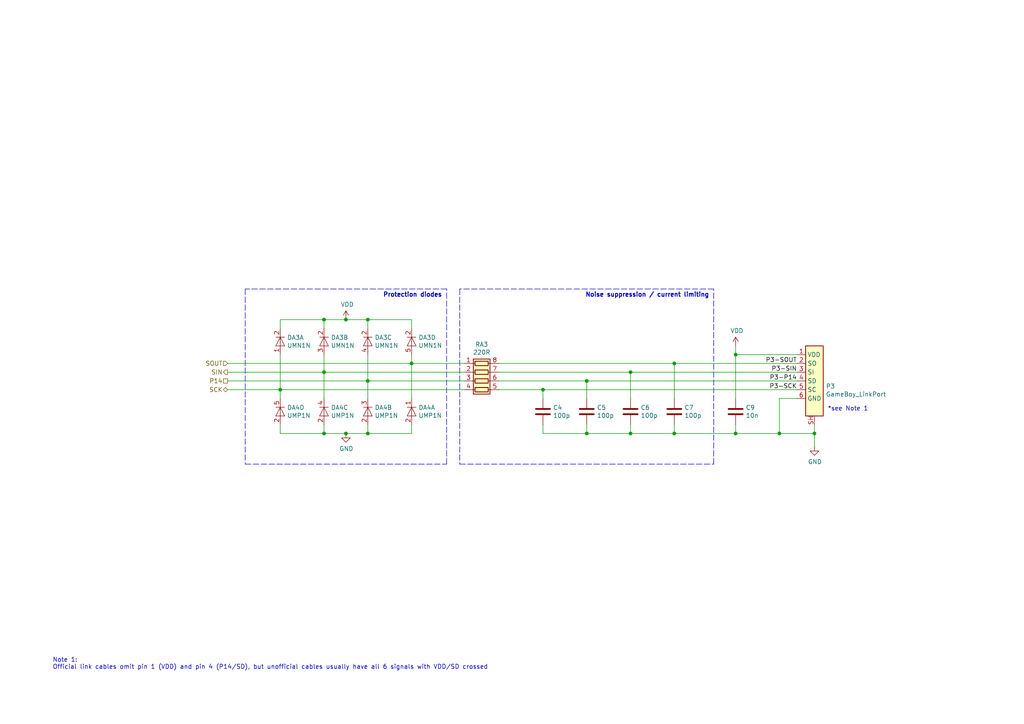
<source format=kicad_sch>
(kicad_sch (version 20230121) (generator eeschema)
  (paper "A4")
  (title_block (title "MGB-xCPU") (date "2022-02-20") (rev "D") (company "https://gekkio.fi") (comment 1 "https://github.com/gekkio/gb-schematics"))
  (lib_symbols
    (symbol "Device:C" (pin_numbers hide) (pin_names (offset 0.254))
      (property "Reference" "C" (at 0.635 2.54 0))
      (property "Value" "C" (at 0.635 -2.54 0))
      (symbol "C_0_1"
        (polyline (pts (xy -2.032 -0.762) (xy 2.032 -0.762)) (stroke (width 0.508)))
        (polyline (pts (xy -2.032 0.762) (xy 2.032 0.762)) (stroke (width 0.508)))
      )
      (symbol "C_1_1"
        (pin passive line (at 0 3.81 270) (length 2.794) (name "~") (number "1"))
        (pin passive line (at 0 -3.81 90) (length 2.794) (name "~") (number "2"))
      )
    )
    (symbol "Device:R_Pack04" (pin_names (offset 0) hide)
      (property "Reference" "RN" (at -7.62 0 90))
      (property "Value" "R_Pack04" (at 5.08 0 90))
      (symbol "R_Pack04_0_1"
        (rectangle (start -6.35 -2.413) (end 3.81 2.413) (stroke (width 0.254)) (fill (type background)))
        (rectangle (start -5.715 1.905) (end -4.445 -1.905) (stroke (width 0.254)))
        (rectangle (start -3.175 1.905) (end -1.905 -1.905) (stroke (width 0.254)))
        (rectangle (start -0.635 1.905) (end 0.635 -1.905) (stroke (width 0.254)))
        (polyline (pts (xy -5.08 -2.54) (xy -5.08 -1.905)))
        (polyline (pts (xy -5.08 1.905) (xy -5.08 2.54)))
        (polyline (pts (xy -2.54 -2.54) (xy -2.54 -1.905)))
        (polyline (pts (xy -2.54 1.905) (xy -2.54 2.54)))
        (polyline (pts (xy 0 -2.54) (xy 0 -1.905)))
        (polyline (pts (xy 0 1.905) (xy 0 2.54)))
        (polyline (pts (xy 2.54 -2.54) (xy 2.54 -1.905)))
        (polyline (pts (xy 2.54 1.905) (xy 2.54 2.54)))
        (rectangle (start 1.905 1.905) (end 3.175 -1.905) (stroke (width 0.254)))
      )
      (symbol "R_Pack04_1_1"
        (pin passive line (at -5.08 -5.08 90) (length 2.54) (name "R1.1") (number "1"))
        (pin passive line (at -2.54 -5.08 90) (length 2.54) (name "R2.1") (number "2"))
        (pin passive line (at 0 -5.08 90) (length 2.54) (name "R3.1") (number "3"))
        (pin passive line (at 2.54 -5.08 90) (length 2.54) (name "R4.1") (number "4"))
        (pin passive line (at 2.54 5.08 270) (length 2.54) (name "R4.2") (number "5"))
        (pin passive line (at 0 5.08 270) (length 2.54) (name "R3.2") (number "6"))
        (pin passive line (at -2.54 5.08 270) (length 2.54) (name "R2.2") (number "7"))
        (pin passive line (at -5.08 5.08 270) (length 2.54) (name "R1.2") (number "8"))
      )
    )
    (symbol "Diode:Rohm_UMN1N" (pin_names (offset 1.016) hide)
      (property "Reference" "D" (at 0 2.54 0))
      (property "Value" "Rohm_UMN1N" (at 0 -2.54 0))
      (symbol "Rohm_UMN1N_0_1"
        (polyline (pts (xy -1.27 1.27) (xy -1.27 -1.27)) (stroke (width 0.1524)))
        (polyline (pts (xy 1.27 -1.27) (xy 1.27 1.27)))
        (polyline (pts (xy 1.27 0) (xy -1.27 0)))
        (polyline (pts (xy 1.27 1.27) (xy -1.27 0) (xy 1.27 -1.27)))
      )
      (symbol "Rohm_UMN1N_1_1"
        (pin passive line (at 3.81 0 180) (length 2.54) (name "A") (number "1"))
        (pin passive line (at -3.81 0 0) (length 2.54) (name "K") (number "2"))
      )
      (symbol "Rohm_UMN1N_2_1"
        (pin passive line (at -3.81 0 0) (length 2.54) (name "K") (number "2"))
        (pin passive line (at 3.81 0 180) (length 2.54) (name "A") (number "3"))
      )
      (symbol "Rohm_UMN1N_3_1"
        (pin passive line (at -3.81 0 0) (length 2.54) (name "K") (number "2"))
        (pin passive line (at 3.81 0 180) (length 2.54) (name "A") (number "4"))
      )
      (symbol "Rohm_UMN1N_4_1"
        (pin passive line (at -3.81 0 0) (length 2.54) (name "K") (number "2"))
        (pin passive line (at 3.81 0 180) (length 2.54) (name "A") (number "5"))
      )
    )
    (symbol "Gekkio_Connector_Specialized:GameBoy_LinkPort"
      (property "Reference" "J" (at 0 13.97 0))
      (property "Value" "GameBoy_LinkPort" (at 0 11.43 0))
      (symbol "GameBoy_LinkPort_0_1"
        (rectangle (start -2.54 10.16) (end 2.54 -10.16) (stroke (width 0.254)) (fill (type background)))
      )
      (symbol "GameBoy_LinkPort_1_1"
        (pin passive line (at -5.08 7.62 0) (length 2.54) (name "VDD") (number "1"))
        (pin passive line (at -5.08 5.08 0) (length 2.54) (name "SO") (number "2"))
        (pin passive line (at -5.08 2.54 0) (length 2.54) (name "SI") (number "3"))
        (pin passive line (at -5.08 0 0) (length 2.54) (name "SD") (number "4"))
        (pin passive line (at -5.08 -2.54 0) (length 2.54) (name "SC") (number "5"))
        (pin passive line (at -5.08 -5.08 0) (length 2.54) (name "GND") (number "6"))
        (pin passive line (at 0 -12.7 90) (length 2.54) (name "~") (number "SH"))
      )
    )
    (symbol "Gekkio_Diode:UMP1N" (pin_names (offset 1.016) hide)
      (property "Reference" "D" (at 0 2.54 0))
      (property "Value" "UMP1N" (at 0 -2.54 0))
      (symbol "UMP1N_0_1"
        (polyline (pts (xy -1.27 1.27) (xy -1.27 -1.27)) (stroke (width 0.1524)))
        (polyline (pts (xy 1.27 -1.27) (xy 1.27 1.27)))
        (polyline (pts (xy 1.27 0) (xy -1.27 0)))
        (polyline (pts (xy 1.27 1.27) (xy -1.27 0) (xy 1.27 -1.27)))
      )
      (symbol "UMP1N_1_1"
        (pin passive line (at -3.81 0 0) (length 2.54) (name "K") (number "1"))
        (pin passive line (at 3.81 0 180) (length 2.54) (name "A") (number "2"))
      )
      (symbol "UMP1N_2_1"
        (pin passive line (at 3.81 0 180) (length 2.54) (name "A") (number "2"))
        (pin passive line (at -3.81 0 0) (length 2.54) (name "K") (number "3"))
      )
      (symbol "UMP1N_3_1"
        (pin passive line (at 3.81 0 180) (length 2.54) (name "A") (number "2"))
        (pin passive line (at -3.81 0 0) (length 2.54) (name "K") (number "4"))
      )
      (symbol "UMP1N_4_1"
        (pin passive line (at 3.81 0 180) (length 2.54) (name "A") (number "2"))
        (pin passive line (at -3.81 0 0) (length 2.54) (name "K") (number "5"))
      )
    )
    (symbol "power:GND" (power) (pin_names (offset 0))
      (property "Value" "GND" (at 0 -3.81 0))
      (symbol "GND_0_1"
        (polyline (pts (xy 0 0) (xy 0 -1.27) (xy 1.27 -1.27) (xy 0 -2.54) (xy -1.27 -1.27) (xy 0 -1.27)))
      )
      (symbol "GND_1_1"
        (pin power_in line (at 0 0 270) (length 0) hide (name "GND") (number "1"))
      )
    )
    (symbol "power:VDD" (power) (pin_names (offset 0))
      (property "Value" "VDD" (at 0 3.81 0))
      (symbol "VDD_0_1"
        (polyline (pts (xy -0.762 1.27) (xy 0 2.54)))
        (polyline (pts (xy 0 0) (xy 0 2.54)))
        (polyline (pts (xy 0 2.54) (xy 0.762 1.27)))
      )
      (symbol "VDD_1_1"
        (pin power_in line (at 0 0 90) (length 0) hide (name "VDD") (number "1"))
      )
    )
  )
  (junction (at 93.98 125.73))
  (junction (at 106.68 125.73))
  (junction (at 100.33 125.73))
  (junction (at 81.28 113.03))
  (junction (at 106.68 92.71))
  (junction (at 213.36 125.73))
  (junction (at 195.58 125.73))
  (junction (at 226.06 125.73))
  (junction (at 236.22 125.73))
  (junction (at 195.58 105.41))
  (junction (at 93.98 92.71))
  (junction (at 170.18 125.73))
  (junction (at 170.18 110.49))
  (junction (at 100.33 92.71))
  (junction (at 119.38 105.41))
  (junction (at 93.98 107.95))
  (junction (at 213.36 102.87))
  (junction (at 182.88 107.95))
  (junction (at 182.88 125.73))
  (junction (at 157.48 113.03))
  (junction (at 106.68 110.49))
  (wire (pts (xy 195.58 125.73) (xy 213.36 125.73)))
  (wire (pts (xy 100.33 92.71) (xy 106.68 92.71)))
  (wire (pts (xy 93.98 115.57) (xy 93.98 107.95)))
  (wire (pts (xy 81.28 115.57) (xy 81.28 113.03)))
  (wire (pts (xy 170.18 110.49) (xy 231.14 110.49)))
  (wire (pts (xy 226.06 115.57) (xy 226.06 125.73)))
  (polyline (pts (xy 129.54 83.82) (xy 71.12 83.82)) (stroke (width 0) (type dash)))
  (polyline (pts (xy 133.35 134.62) (xy 207.01 134.62)) (stroke (width 0) (type dash)))
  (wire (pts (xy 81.28 125.73) (xy 93.98 125.73)))
  (wire (pts (xy 134.62 110.49) (xy 106.68 110.49)))
  (wire (pts (xy 106.68 125.73) (xy 106.68 123.19)))
  (wire (pts (xy 170.18 115.57) (xy 170.18 110.49)))
  (wire (pts (xy 195.58 125.73) (xy 195.58 123.19)))
  (wire (pts (xy 106.68 92.71) (xy 119.38 92.71)))
  (polyline (pts (xy 133.35 83.82) (xy 133.35 134.62)) (stroke (width 0) (type dash)))
  (wire (pts (xy 213.36 102.87) (xy 231.14 102.87)))
  (wire (pts (xy 226.06 125.73) (xy 236.22 125.73)))
  (wire (pts (xy 195.58 105.41) (xy 231.14 105.41)))
  (wire (pts (xy 236.22 125.73) (xy 236.22 129.54)))
  (wire (pts (xy 93.98 92.71) (xy 100.33 92.71)))
  (wire (pts (xy 157.48 115.57) (xy 157.48 113.03)))
  (wire (pts (xy 81.28 113.03) (xy 81.28 102.87)))
  (wire (pts (xy 106.68 110.49) (xy 66.04 110.49)))
  (wire (pts (xy 144.78 105.41) (xy 195.58 105.41)))
  (wire (pts (xy 119.38 102.87) (xy 119.38 105.41)))
  (wire (pts (xy 195.58 115.57) (xy 195.58 105.41)))
  (wire (pts (xy 81.28 92.71) (xy 93.98 92.71)))
  (wire (pts (xy 106.68 115.57) (xy 106.68 110.49)))
  (wire (pts (xy 134.62 113.03) (xy 81.28 113.03)))
  (wire (pts (xy 213.36 100.33) (xy 213.36 102.87)))
  (polyline (pts (xy 207.01 83.82) (xy 133.35 83.82)) (stroke (width 0) (type dash)))
  (wire (pts (xy 157.48 113.03) (xy 231.14 113.03)))
  (wire (pts (xy 66.04 105.41) (xy 119.38 105.41)))
  (wire (pts (xy 170.18 125.73) (xy 170.18 123.19)))
  (wire (pts (xy 81.28 123.19) (xy 81.28 125.73)))
  (wire (pts (xy 134.62 107.95) (xy 93.98 107.95)))
  (wire (pts (xy 157.48 113.03) (xy 144.78 113.03)))
  (polyline (pts (xy 71.12 134.62) (xy 129.54 134.62)) (stroke (width 0) (type dash)))
  (wire (pts (xy 182.88 107.95) (xy 144.78 107.95)))
  (wire (pts (xy 66.04 113.03) (xy 81.28 113.03)))
  (polyline (pts (xy 71.12 83.82) (xy 71.12 134.62)) (stroke (width 0) (type dash)))
  (wire (pts (xy 182.88 107.95) (xy 231.14 107.95)))
  (wire (pts (xy 170.18 125.73) (xy 182.88 125.73)))
  (wire (pts (xy 106.68 95.25) (xy 106.68 92.71)))
  (wire (pts (xy 144.78 110.49) (xy 170.18 110.49)))
  (wire (pts (xy 93.98 125.73) (xy 100.33 125.73)))
  (wire (pts (xy 93.98 123.19) (xy 93.98 125.73)))
  (polyline (pts (xy 207.01 134.62) (xy 207.01 83.82)) (stroke (width 0) (type dash)))
  (wire (pts (xy 93.98 107.95) (xy 93.98 102.87)))
  (wire (pts (xy 213.36 102.87) (xy 213.36 115.57)))
  (wire (pts (xy 213.36 125.73) (xy 213.36 123.19)))
  (wire (pts (xy 182.88 115.57) (xy 182.88 107.95)))
  (wire (pts (xy 100.33 125.73) (xy 106.68 125.73)))
  (wire (pts (xy 182.88 125.73) (xy 195.58 125.73)))
  (wire (pts (xy 93.98 92.71) (xy 93.98 95.25)))
  (wire (pts (xy 106.68 110.49) (xy 106.68 102.87)))
  (wire (pts (xy 81.28 95.25) (xy 81.28 92.71)))
  (wire (pts (xy 157.48 125.73) (xy 170.18 125.73)))
  (wire (pts (xy 236.22 123.19) (xy 236.22 125.73)))
  (wire (pts (xy 119.38 125.73) (xy 119.38 123.19)))
  (wire (pts (xy 119.38 92.71) (xy 119.38 95.25)))
  (wire (pts (xy 213.36 125.73) (xy 226.06 125.73)))
  (polyline (pts (xy 129.54 134.62) (xy 129.54 83.82)) (stroke (width 0) (type dash)))
  (wire (pts (xy 66.04 107.95) (xy 93.98 107.95)))
  (wire (pts (xy 106.68 125.73) (xy 119.38 125.73)))
  (wire (pts (xy 226.06 115.57) (xy 231.14 115.57)))
  (wire (pts (xy 157.48 123.19) (xy 157.48 125.73)))
  (wire (pts (xy 119.38 105.41) (xy 134.62 105.41)))
  (wire (pts (xy 119.38 115.57) (xy 119.38 105.41)))
  (wire (pts (xy 182.88 125.73) (xy 182.88 123.19)))
  (text "Note 1:\nOfficial link cables omit pin 1 (VDD) and pin 4 (P14/SD), but unofficial cables usually have all 6 signals with VDD/SD crossed" (at 15.24 194.31 0) (effects (font (size 1.27 1.27)) (justify left bottom)))
  (text "*see Note 1" (at 240.03 119.38 0) (effects (font (size 1.27 1.27)) (justify left bottom)))
  (text "Protection diodes" (at 128.27 86.36 0) (effects (font (size 1.27 1.27) (thickness 0.254) bold) (justify right bottom)))
  (text "Noise suppression / current limiting" (at 205.74 86.36 0) (effects (font (size 1.27 1.27) (thickness 0.254) bold) (justify right bottom)))
  (label "P3-SCK" (at 231.14 113.03 180))
  (label "P3-SIN" (at 231.14 107.95 180))
  (label "P3-SOUT" (at 231.14 105.41 180))
  (label "P3-P14" (at 231.14 110.49 180))
  (hierarchical_label "SIN" (shape output) (at 66.04 107.95 180))
  (hierarchical_label "SOUT" (shape input) (at 66.04 105.41 180))
  (hierarchical_label "SCK" (shape bidirectional) (at 66.04 113.03 180))
  (hierarchical_label "P14" (shape passive) (at 66.04 110.49 180))
  (symbol (lib_id "Gekkio_Connector_Specialized:GameBoy_LinkPort") (at 236.22 110.49 0) (unit 1)
    (property "Reference" "P3" (at 239.522 112.0394 0) (effects (justify left)))
    (property "Value" "GameBoy_LinkPort" (at 239.522 114.3508 0) (effects (justify left)))
  )
  (symbol (lib_id "power:GND") (at 236.22 129.54 0) (unit 1)
    (property "Reference" "#PWR0115" (effects hide))
    (property "Value" "GND" (at 236.347 133.9342 0))
  )
  (symbol (lib_id "power:VDD") (at 213.36 100.33 0) (unit 1)
    (property "Reference" "#PWR0116" (effects hide))
    (property "Value" "VDD" (at 213.741 95.9358 0))
  )
  (symbol (lib_id "Device:C") (at 213.36 119.38 0) (unit 1)
    (property "Reference" "C9" (at 216.281 118.2116 0) (effects (justify left)))
    (property "Value" "10n" (at 216.281 120.523 0) (effects (justify left)))
  )
  (symbol (lib_id "Device:C") (at 195.58 119.38 0) (unit 1)
    (property "Reference" "C7" (at 198.501 118.2116 0) (effects (justify left)))
    (property "Value" "100p" (at 198.501 120.523 0) (effects (justify left)))
  )
  (symbol (lib_id "Device:C") (at 182.88 119.38 0) (unit 1)
    (property "Reference" "C6" (at 185.801 118.2116 0) (effects (justify left)))
    (property "Value" "100p" (at 185.801 120.523 0) (effects (justify left)))
  )
  (symbol (lib_id "Device:C") (at 170.18 119.38 0) (unit 1)
    (property "Reference" "C5" (at 173.101 118.2116 0) (effects (justify left)))
    (property "Value" "100p" (at 173.101 120.523 0) (effects (justify left)))
  )
  (symbol (lib_id "Device:C") (at 157.48 119.38 0) (unit 1)
    (property "Reference" "C4" (at 160.401 118.2116 0) (effects (justify left)))
    (property "Value" "100p" (at 160.401 120.523 0) (effects (justify left)))
  )
  (symbol (lib_id "Device:R_Pack04") (at 139.7 110.49 270) (unit 1)
    (property "Reference" "RA3" (at 139.7 99.8982 90))
    (property "Value" "220R" (at 139.7 102.2096 90))
  )
  (symbol (lib_id "Diode:Rohm_UMN1N") (at 81.28 99.06 270) (unit 1)
    (property "Reference" "DA3" (at 83.2612 97.8916 90) (effects (justify left)))
    (property "Value" "UMN1N" (at 83.2612 100.203 90) (effects (justify left)))
    (property "Footprint" "Package_TO_SOT_SMD:SOT-353_SC-70-5" (effects hide))
    (property "Datasheet" "https://fscdn.rohm.com/en/products/databook/datasheet/discrete/diode/switching/umn1ntr-e.pdf" (effects hide))
  )
  (symbol (lib_id "Diode:Rohm_UMN1N") (at 93.98 99.06 270) (unit 2)
    (property "Reference" "DA3" (at 95.9612 97.8916 90) (effects (justify left)))
    (property "Value" "UMN1N" (at 95.9612 100.203 90) (effects (justify left)))
    (property "Footprint" "Package_TO_SOT_SMD:SOT-353_SC-70-5" (effects hide))
    (property "Datasheet" "https://fscdn.rohm.com/en/products/databook/datasheet/discrete/diode/switching/umn1ntr-e.pdf" (effects hide))
  )
  (symbol (lib_id "Diode:Rohm_UMN1N") (at 106.68 99.06 270) (unit 3)
    (property "Reference" "DA3" (at 108.6612 97.8916 90) (effects (justify left)))
    (property "Value" "UMN1N" (at 108.6612 100.203 90) (effects (justify left)))
    (property "Footprint" "Package_TO_SOT_SMD:SOT-353_SC-70-5" (effects hide))
    (property "Datasheet" "https://fscdn.rohm.com/en/products/databook/datasheet/discrete/diode/switching/umn1ntr-e.pdf" (effects hide))
  )
  (symbol (lib_id "Diode:Rohm_UMN1N") (at 119.38 99.06 270) (unit 4)
    (property "Reference" "DA3" (at 121.3612 97.8916 90) (effects (justify left)))
    (property "Value" "UMN1N" (at 121.3612 100.203 90) (effects (justify left)))
    (property "Footprint" "Package_TO_SOT_SMD:SOT-353_SC-70-5" (effects hide))
    (property "Datasheet" "https://fscdn.rohm.com/en/products/databook/datasheet/discrete/diode/switching/umn1ntr-e.pdf" (effects hide))
  )
  (symbol (lib_id "power:VDD") (at 100.33 92.71 0) (unit 1)
    (property "Reference" "#PWR0117" (effects hide))
    (property "Value" "VDD" (at 100.711 88.3158 0))
  )
  (symbol (lib_id "Gekkio_Diode:UMP1N") (at 119.38 119.38 270) (unit 1)
    (property "Reference" "DA4" (at 121.3612 118.2116 90) (effects (justify left)))
    (property "Value" "UMP1N" (at 121.3612 120.523 90) (effects (justify left)))
    (property "Footprint" "Package_TO_SOT_SMD:SOT-353_SC-70-5" (effects hide))
    (property "Datasheet" "https://fscdn.rohm.com/en/products/databook/datasheet/discrete/diode/switching/ump1ntr-e.pdf" (effects hide))
  )
  (symbol (lib_id "Gekkio_Diode:UMP1N") (at 106.68 119.38 270) (unit 2)
    (property "Reference" "DA4" (at 108.6612 118.2116 90) (effects (justify left)))
    (property "Value" "UMP1N" (at 108.6612 120.523 90) (effects (justify left)))
    (property "Footprint" "Package_TO_SOT_SMD:SOT-353_SC-70-5" (effects hide))
    (property "Datasheet" "https://fscdn.rohm.com/en/products/databook/datasheet/discrete/diode/switching/ump1ntr-e.pdf" (effects hide))
  )
  (symbol (lib_id "Gekkio_Diode:UMP1N") (at 93.98 119.38 270) (unit 3)
    (property "Reference" "DA4" (at 95.9612 118.2116 90) (effects (justify left)))
    (property "Value" "UMP1N" (at 95.9612 120.523 90) (effects (justify left)))
    (property "Footprint" "Package_TO_SOT_SMD:SOT-353_SC-70-5" (effects hide))
    (property "Datasheet" "https://fscdn.rohm.com/en/products/databook/datasheet/discrete/diode/switching/ump1ntr-e.pdf" (effects hide))
  )
  (symbol (lib_id "Gekkio_Diode:UMP1N") (at 81.28 119.38 270) (unit 4)
    (property "Reference" "DA4" (at 83.2612 118.2116 90) (effects (justify left)))
    (property "Value" "UMP1N" (at 83.2612 120.523 90) (effects (justify left)))
    (property "Footprint" "Package_TO_SOT_SMD:SOT-353_SC-70-5" (effects hide))
    (property "Datasheet" "https://fscdn.rohm.com/en/products/databook/datasheet/discrete/diode/switching/ump1ntr-e.pdf" (effects hide))
  )
  (symbol (lib_id "power:GND") (at 100.33 125.73 0) (unit 1)
    (property "Reference" "#PWR0118" (effects hide))
    (property "Value" "GND" (at 100.457 130.1242 0))
  )
)
</source>
